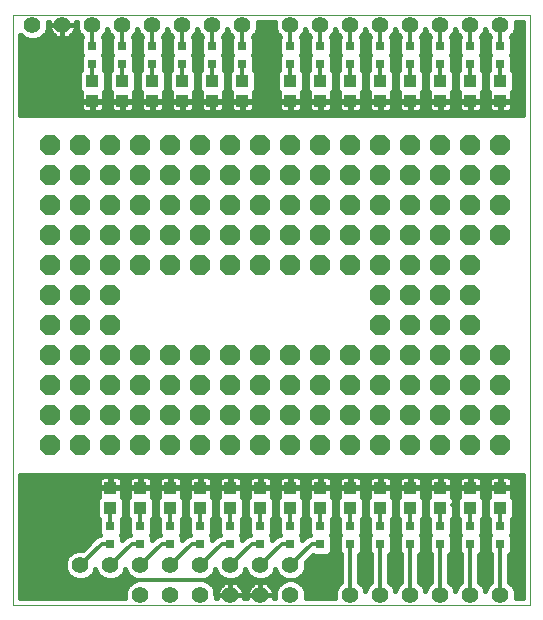
<source format=gtl>
G75*
G70*
%OFA0B0*%
%FSLAX24Y24*%
%IPPOS*%
%LPD*%
%AMOC8*
5,1,8,0,0,1.08239X$1,22.5*
%
%ADD10C,0.0000*%
%ADD11R,0.0433X0.0394*%
%ADD12R,0.0315X0.0315*%
%ADD13C,0.0550*%
%ADD14OC8,0.0669*%
%ADD15C,0.0120*%
%ADD16C,0.0160*%
D10*
X011436Y001147D02*
X011436Y020827D01*
X028686Y020827D01*
X028686Y001147D01*
X011436Y001147D01*
D11*
X014686Y004402D03*
X014686Y005071D03*
X015686Y005071D03*
X015686Y004402D03*
X016686Y004402D03*
X016686Y005071D03*
X017686Y005071D03*
X017686Y004402D03*
X018686Y004402D03*
X018686Y005071D03*
X019686Y005071D03*
X019686Y004402D03*
X020686Y004402D03*
X020686Y005071D03*
X021686Y005071D03*
X021686Y004402D03*
X022686Y004402D03*
X022686Y005071D03*
X023686Y005071D03*
X023686Y004402D03*
X024686Y004402D03*
X024686Y005071D03*
X025686Y005071D03*
X025686Y004402D03*
X026686Y004402D03*
X026686Y005071D03*
X027686Y005071D03*
X027686Y004402D03*
X027686Y017952D03*
X027686Y018621D03*
X026686Y018621D03*
X026686Y017952D03*
X025686Y017952D03*
X025686Y018621D03*
X024686Y018621D03*
X024686Y017952D03*
X023686Y017952D03*
X023686Y018621D03*
X022686Y018621D03*
X022686Y017952D03*
X021686Y017952D03*
X021686Y018621D03*
X020686Y018621D03*
X020686Y017952D03*
X019086Y017952D03*
X019086Y018621D03*
X018086Y018621D03*
X018086Y017952D03*
X017086Y017952D03*
X017086Y018621D03*
X016086Y018621D03*
X016086Y017952D03*
X015086Y017952D03*
X015086Y018621D03*
X014086Y018621D03*
X014086Y017952D03*
D12*
X014086Y019191D03*
X014086Y019782D03*
X015086Y019782D03*
X015086Y019191D03*
X016086Y019191D03*
X016086Y019782D03*
X017086Y019782D03*
X017086Y019191D03*
X018086Y019191D03*
X018086Y019782D03*
X019086Y019782D03*
X019086Y019191D03*
X020686Y019191D03*
X020686Y019782D03*
X021686Y019782D03*
X021686Y019191D03*
X022686Y019191D03*
X022686Y019782D03*
X023686Y019782D03*
X023686Y019191D03*
X024686Y019191D03*
X024686Y019782D03*
X025686Y019782D03*
X025686Y019191D03*
X026686Y019191D03*
X026686Y019782D03*
X027686Y019782D03*
X027686Y019191D03*
X027686Y003782D03*
X027686Y003191D03*
X026686Y003191D03*
X026686Y003782D03*
X025686Y003782D03*
X025686Y003191D03*
X024686Y003191D03*
X024686Y003782D03*
X023686Y003782D03*
X023686Y003191D03*
X022686Y003191D03*
X022686Y003782D03*
X021686Y003782D03*
X021686Y003191D03*
X020686Y003191D03*
X020686Y003782D03*
X019686Y003782D03*
X019686Y003191D03*
X018686Y003191D03*
X018686Y003782D03*
X017686Y003782D03*
X017686Y003191D03*
X016686Y003191D03*
X016686Y003782D03*
X015686Y003782D03*
X015686Y003191D03*
X014686Y003191D03*
X014686Y003782D03*
D13*
X014686Y002487D03*
X013686Y002487D03*
X015686Y002487D03*
X016686Y002487D03*
X017686Y002487D03*
X018686Y002487D03*
X019686Y002487D03*
X020686Y002487D03*
X020686Y001487D03*
X019686Y001487D03*
X018686Y001487D03*
X017686Y001487D03*
X016686Y001487D03*
X015686Y001487D03*
X022686Y001487D03*
X023686Y001487D03*
X024686Y001487D03*
X025686Y001487D03*
X026686Y001487D03*
X027686Y001487D03*
X027686Y020487D03*
X026686Y020487D03*
X025686Y020487D03*
X024686Y020487D03*
X023686Y020487D03*
X022686Y020487D03*
X021686Y020487D03*
X020686Y020487D03*
X019086Y020487D03*
X018086Y020487D03*
X017086Y020487D03*
X016086Y020487D03*
X015086Y020487D03*
X014086Y020487D03*
X013086Y020487D03*
X012086Y020487D03*
D14*
X012686Y016487D03*
X013686Y016487D03*
X014686Y016487D03*
X015686Y016487D03*
X016686Y016487D03*
X017686Y016487D03*
X018686Y016487D03*
X019686Y016487D03*
X020686Y016487D03*
X021686Y016487D03*
X022686Y016487D03*
X023686Y016487D03*
X024686Y016487D03*
X025686Y016487D03*
X026686Y016487D03*
X027686Y016487D03*
X027686Y015487D03*
X026686Y015487D03*
X025686Y015487D03*
X024686Y015487D03*
X023686Y015487D03*
X022686Y015487D03*
X021686Y015487D03*
X020686Y015487D03*
X019686Y015487D03*
X018686Y015487D03*
X017686Y015487D03*
X016686Y015487D03*
X015686Y015487D03*
X014686Y015487D03*
X013686Y015487D03*
X012686Y015487D03*
X012686Y014487D03*
X013686Y014487D03*
X014686Y014487D03*
X015686Y014487D03*
X016686Y014487D03*
X017686Y014487D03*
X018686Y014487D03*
X019686Y014487D03*
X020686Y014487D03*
X021686Y014487D03*
X022686Y014487D03*
X023686Y014487D03*
X024686Y014487D03*
X025686Y014487D03*
X026686Y014487D03*
X027686Y014487D03*
X027686Y013487D03*
X026686Y013487D03*
X025686Y013487D03*
X024686Y013487D03*
X023686Y013487D03*
X022686Y013487D03*
X021686Y013487D03*
X020686Y013487D03*
X019686Y013487D03*
X018686Y013487D03*
X017686Y013487D03*
X016686Y013487D03*
X015686Y013487D03*
X014686Y013487D03*
X013686Y013487D03*
X012686Y013487D03*
X012686Y012487D03*
X013686Y012487D03*
X014686Y012487D03*
X015686Y012487D03*
X016686Y012487D03*
X017686Y012487D03*
X018686Y012487D03*
X019686Y012487D03*
X020686Y012487D03*
X021686Y012487D03*
X022686Y012487D03*
X023686Y012487D03*
X024686Y012487D03*
X025686Y012487D03*
X026686Y012487D03*
X026686Y011487D03*
X025686Y011487D03*
X024686Y011487D03*
X023686Y011487D03*
X023686Y010487D03*
X024686Y010487D03*
X025686Y010487D03*
X026686Y010487D03*
X026686Y009487D03*
X027686Y009487D03*
X027686Y008487D03*
X026686Y008487D03*
X025686Y008487D03*
X024686Y008487D03*
X024686Y009487D03*
X025686Y009487D03*
X023686Y009487D03*
X022686Y009487D03*
X021686Y009487D03*
X020686Y009487D03*
X019686Y009487D03*
X018686Y009487D03*
X017686Y009487D03*
X016686Y009487D03*
X015686Y009487D03*
X014686Y009487D03*
X013686Y009487D03*
X013686Y010487D03*
X014686Y010487D03*
X014686Y011487D03*
X013686Y011487D03*
X012686Y011487D03*
X012686Y010487D03*
X012686Y009487D03*
X012686Y008487D03*
X013686Y008487D03*
X014686Y008487D03*
X015686Y008487D03*
X016686Y008487D03*
X017686Y008487D03*
X018686Y008487D03*
X019686Y008487D03*
X020686Y008487D03*
X021686Y008487D03*
X022686Y008487D03*
X023686Y008487D03*
X023686Y007487D03*
X022686Y007487D03*
X021686Y007487D03*
X020686Y007487D03*
X019686Y007487D03*
X018686Y007487D03*
X017686Y007487D03*
X016686Y007487D03*
X015686Y007487D03*
X014686Y007487D03*
X013686Y007487D03*
X012686Y007487D03*
X012686Y006487D03*
X013686Y006487D03*
X014686Y006487D03*
X015686Y006487D03*
X016686Y006487D03*
X017686Y006487D03*
X018686Y006487D03*
X019686Y006487D03*
X020686Y006487D03*
X021686Y006487D03*
X022686Y006487D03*
X023686Y006487D03*
X024686Y006487D03*
X025686Y006487D03*
X025686Y007487D03*
X024686Y007487D03*
X026686Y007487D03*
X027686Y007487D03*
X027686Y006487D03*
X026686Y006487D03*
D15*
X026143Y004487D02*
X026086Y004487D01*
X025686Y004402D02*
X025686Y003782D01*
X025686Y003191D02*
X025686Y001487D01*
X024686Y001487D02*
X024686Y003191D01*
X024686Y003782D02*
X024686Y004402D01*
X023686Y004402D02*
X023686Y003782D01*
X023686Y003191D02*
X023686Y001487D01*
X022686Y001487D02*
X022686Y003191D01*
X022686Y003782D02*
X022686Y004402D01*
X021686Y004402D02*
X021686Y003782D01*
X021686Y003191D02*
X021391Y003191D01*
X020686Y002487D01*
X020686Y003191D02*
X020391Y003191D01*
X019686Y002487D01*
X019686Y003191D02*
X019391Y003191D01*
X018686Y002487D01*
X018686Y003191D02*
X018391Y003191D01*
X017686Y002487D01*
X017686Y003191D02*
X017391Y003191D01*
X016686Y002487D01*
X016686Y003191D02*
X016391Y003191D01*
X015686Y002487D01*
X015686Y003191D02*
X015391Y003191D01*
X014686Y002487D01*
X014686Y003191D02*
X014391Y003191D01*
X013686Y002487D01*
X013186Y001987D02*
X018186Y001987D01*
X018186Y001487D01*
X018686Y001487D01*
X020186Y001987D02*
X021186Y001987D01*
X020686Y003782D02*
X020686Y004402D01*
X019686Y004402D02*
X019686Y003782D01*
X018686Y003782D02*
X018686Y004402D01*
X017686Y004402D02*
X017686Y003782D01*
X016686Y003782D02*
X016686Y004402D01*
X015686Y004402D02*
X015686Y003782D01*
X014686Y003782D02*
X014686Y004402D01*
X014686Y005071D02*
X013271Y005071D01*
X013186Y004987D01*
X013186Y001987D01*
X026686Y001487D02*
X026686Y003191D01*
X026686Y003782D02*
X026686Y004402D01*
X027686Y004402D02*
X027686Y003782D01*
X027686Y003191D02*
X027686Y001487D01*
X027686Y018621D02*
X027686Y019191D01*
X027686Y019782D02*
X027686Y020487D01*
X026686Y020487D02*
X026686Y019782D01*
X026686Y019191D02*
X026686Y018621D01*
X025686Y018621D02*
X025686Y019191D01*
X025686Y019782D02*
X025686Y020487D01*
X024686Y020487D02*
X024686Y019782D01*
X024686Y019191D02*
X024686Y018621D01*
X023686Y018621D02*
X023686Y019191D01*
X023686Y019782D02*
X023686Y020487D01*
X022686Y020487D02*
X022686Y019782D01*
X022686Y019191D02*
X022686Y018621D01*
X021686Y018621D02*
X021686Y019191D01*
X021686Y019782D02*
X021686Y020487D01*
X020686Y020487D02*
X020686Y019782D01*
X020686Y019191D02*
X020686Y018621D01*
X019086Y018621D02*
X019086Y019191D01*
X019086Y019782D02*
X019086Y020487D01*
X018086Y020487D02*
X018086Y019782D01*
X018086Y019191D02*
X018086Y018621D01*
X017086Y018621D02*
X017086Y019191D01*
X017086Y019782D02*
X017086Y020487D01*
X016086Y020487D02*
X016086Y019782D01*
X016086Y019191D02*
X016086Y018621D01*
X015086Y018621D02*
X015086Y019191D01*
X015086Y019782D02*
X015086Y020487D01*
X014086Y020487D02*
X014086Y019782D01*
X014086Y019191D02*
X014086Y018621D01*
D16*
X013630Y018556D02*
X011676Y018556D01*
X011676Y018714D02*
X013630Y018714D01*
X013630Y018866D02*
X013630Y018377D01*
X013666Y018289D01*
X013715Y018240D01*
X013702Y018218D01*
X013690Y018173D01*
X013690Y017970D01*
X014068Y017970D01*
X014068Y017934D01*
X013690Y017934D01*
X013690Y017731D01*
X013702Y017686D01*
X013726Y017645D01*
X013759Y017611D01*
X013800Y017587D01*
X013846Y017575D01*
X014068Y017575D01*
X014068Y017934D01*
X014105Y017934D01*
X014105Y017970D01*
X014483Y017970D01*
X014483Y018173D01*
X014471Y018218D01*
X014458Y018240D01*
X014506Y018289D01*
X014543Y018377D01*
X014543Y018866D01*
X014506Y018954D01*
X014481Y018979D01*
X014484Y018986D01*
X014484Y019397D01*
X014447Y019485D01*
X014445Y019487D01*
X014447Y019489D01*
X014484Y019577D01*
X014484Y019987D01*
X014447Y020075D01*
X014425Y020097D01*
X014523Y020195D01*
X014586Y020348D01*
X014650Y020195D01*
X014747Y020097D01*
X014725Y020075D01*
X014689Y019987D01*
X014689Y019577D01*
X014725Y019489D01*
X014727Y019487D01*
X014725Y019485D01*
X014689Y019397D01*
X014689Y018986D01*
X014692Y018979D01*
X014666Y018954D01*
X014630Y018866D01*
X014630Y018377D01*
X014666Y018289D01*
X014715Y018240D01*
X014702Y018218D01*
X014690Y018173D01*
X014690Y017970D01*
X015068Y017970D01*
X015068Y017934D01*
X014690Y017934D01*
X014690Y017731D01*
X014702Y017686D01*
X014726Y017645D01*
X014759Y017611D01*
X014800Y017587D01*
X014846Y017575D01*
X015068Y017575D01*
X015068Y017934D01*
X015105Y017934D01*
X015105Y017970D01*
X015483Y017970D01*
X015483Y018173D01*
X015471Y018218D01*
X015458Y018240D01*
X015506Y018289D01*
X015543Y018377D01*
X015543Y018866D01*
X015506Y018954D01*
X015481Y018979D01*
X015484Y018986D01*
X015484Y019397D01*
X015447Y019485D01*
X015445Y019487D01*
X015447Y019489D01*
X015484Y019577D01*
X015484Y019987D01*
X015447Y020075D01*
X015425Y020097D01*
X015523Y020195D01*
X015586Y020348D01*
X015650Y020195D01*
X015747Y020097D01*
X015725Y020075D01*
X015689Y019987D01*
X015689Y019577D01*
X015725Y019489D01*
X015727Y019487D01*
X015725Y019485D01*
X015689Y019397D01*
X015689Y018986D01*
X015692Y018979D01*
X015666Y018954D01*
X015630Y018866D01*
X015630Y018377D01*
X015666Y018289D01*
X015715Y018240D01*
X015702Y018218D01*
X015690Y018173D01*
X015690Y017970D01*
X016068Y017970D01*
X016068Y017934D01*
X015690Y017934D01*
X015690Y017731D01*
X015702Y017686D01*
X015726Y017645D01*
X015759Y017611D01*
X015800Y017587D01*
X015846Y017575D01*
X016068Y017575D01*
X016068Y017934D01*
X016105Y017934D01*
X016105Y017970D01*
X016483Y017970D01*
X016483Y018173D01*
X016471Y018218D01*
X016458Y018240D01*
X016506Y018289D01*
X016543Y018377D01*
X016543Y018866D01*
X016506Y018954D01*
X016481Y018979D01*
X016484Y018986D01*
X016484Y019397D01*
X016447Y019485D01*
X016445Y019487D01*
X016447Y019489D01*
X016484Y019577D01*
X016484Y019987D01*
X016447Y020075D01*
X016425Y020097D01*
X016523Y020195D01*
X016586Y020348D01*
X016650Y020195D01*
X016747Y020097D01*
X016725Y020075D01*
X016689Y019987D01*
X016689Y019577D01*
X016725Y019489D01*
X016727Y019487D01*
X016725Y019485D01*
X016689Y019397D01*
X016689Y018986D01*
X016692Y018979D01*
X016666Y018954D01*
X016630Y018866D01*
X016630Y018377D01*
X016666Y018289D01*
X016715Y018240D01*
X016702Y018218D01*
X016690Y018173D01*
X016690Y017970D01*
X017068Y017970D01*
X017068Y017934D01*
X016690Y017934D01*
X016690Y017731D01*
X016702Y017686D01*
X016726Y017645D01*
X016759Y017611D01*
X016800Y017587D01*
X016846Y017575D01*
X017068Y017575D01*
X017068Y017934D01*
X017105Y017934D01*
X017105Y017970D01*
X017483Y017970D01*
X017483Y018173D01*
X017471Y018218D01*
X017458Y018240D01*
X017506Y018289D01*
X017543Y018377D01*
X017543Y018866D01*
X017506Y018954D01*
X017481Y018979D01*
X017484Y018986D01*
X017484Y019397D01*
X017447Y019485D01*
X017445Y019487D01*
X017447Y019489D01*
X017484Y019577D01*
X017484Y019987D01*
X017447Y020075D01*
X017425Y020097D01*
X017523Y020195D01*
X017586Y020348D01*
X017650Y020195D01*
X017747Y020097D01*
X017725Y020075D01*
X017689Y019987D01*
X017689Y019577D01*
X017725Y019489D01*
X017727Y019487D01*
X017725Y019485D01*
X017689Y019397D01*
X017689Y018986D01*
X017692Y018979D01*
X017666Y018954D01*
X017630Y018866D01*
X017630Y018377D01*
X017666Y018289D01*
X017715Y018240D01*
X017702Y018218D01*
X017690Y018173D01*
X017690Y017970D01*
X018068Y017970D01*
X018068Y017934D01*
X017690Y017934D01*
X017690Y017731D01*
X017702Y017686D01*
X017726Y017645D01*
X017759Y017611D01*
X017800Y017587D01*
X017846Y017575D01*
X018068Y017575D01*
X018068Y017934D01*
X018105Y017934D01*
X018105Y017970D01*
X018483Y017970D01*
X018483Y018173D01*
X018471Y018218D01*
X018458Y018240D01*
X018506Y018289D01*
X018543Y018377D01*
X018543Y018866D01*
X018506Y018954D01*
X018481Y018979D01*
X018484Y018986D01*
X018484Y019397D01*
X018447Y019485D01*
X018445Y019487D01*
X018447Y019489D01*
X018484Y019577D01*
X018484Y019987D01*
X018447Y020075D01*
X018425Y020097D01*
X018523Y020195D01*
X018586Y020348D01*
X018650Y020195D01*
X018747Y020097D01*
X018725Y020075D01*
X018689Y019987D01*
X018689Y019577D01*
X018725Y019489D01*
X018727Y019487D01*
X018725Y019485D01*
X018689Y019397D01*
X018689Y018986D01*
X018692Y018979D01*
X018666Y018954D01*
X018630Y018866D01*
X018630Y018377D01*
X018666Y018289D01*
X018715Y018240D01*
X018702Y018218D01*
X018690Y018173D01*
X018690Y017970D01*
X019068Y017970D01*
X019068Y017934D01*
X018690Y017934D01*
X018690Y017731D01*
X018702Y017686D01*
X018726Y017645D01*
X018759Y017611D01*
X018800Y017587D01*
X018846Y017575D01*
X019068Y017575D01*
X019068Y017934D01*
X019105Y017934D01*
X019105Y017970D01*
X019483Y017970D01*
X019483Y018173D01*
X019471Y018218D01*
X019458Y018240D01*
X019506Y018289D01*
X019543Y018377D01*
X019543Y018866D01*
X019506Y018954D01*
X019481Y018979D01*
X019484Y018986D01*
X019484Y019397D01*
X019447Y019485D01*
X019445Y019487D01*
X019447Y019489D01*
X019484Y019577D01*
X019484Y019987D01*
X019447Y020075D01*
X019425Y020097D01*
X019523Y020195D01*
X019601Y020384D01*
X019601Y020587D01*
X020171Y020587D01*
X020171Y020384D01*
X020250Y020195D01*
X020347Y020097D01*
X020325Y020075D01*
X020289Y019987D01*
X020289Y019577D01*
X020325Y019489D01*
X020327Y019487D01*
X020325Y019485D01*
X020289Y019397D01*
X020289Y018986D01*
X020292Y018979D01*
X020266Y018954D01*
X020230Y018866D01*
X020230Y018377D01*
X020266Y018289D01*
X020315Y018240D01*
X020302Y018218D01*
X020290Y018173D01*
X020290Y017970D01*
X020668Y017970D01*
X020668Y017934D01*
X020290Y017934D01*
X020290Y017731D01*
X020302Y017686D01*
X020326Y017645D01*
X020359Y017611D01*
X020400Y017587D01*
X020446Y017575D01*
X020668Y017575D01*
X020668Y017934D01*
X020705Y017934D01*
X020705Y017970D01*
X021083Y017970D01*
X021083Y018173D01*
X021071Y018218D01*
X021058Y018240D01*
X021106Y018289D01*
X021143Y018377D01*
X021143Y018866D01*
X021106Y018954D01*
X021081Y018979D01*
X021084Y018986D01*
X021084Y019397D01*
X021047Y019485D01*
X021045Y019487D01*
X021047Y019489D01*
X021084Y019577D01*
X021084Y019987D01*
X021047Y020075D01*
X021025Y020097D01*
X021123Y020195D01*
X021186Y020348D01*
X021250Y020195D01*
X021347Y020097D01*
X021325Y020075D01*
X021289Y019987D01*
X021289Y019577D01*
X021325Y019489D01*
X021327Y019487D01*
X021325Y019485D01*
X021289Y019397D01*
X021289Y018986D01*
X021292Y018979D01*
X021266Y018954D01*
X021230Y018866D01*
X021230Y018377D01*
X021266Y018289D01*
X021315Y018240D01*
X021302Y018218D01*
X021290Y018173D01*
X021290Y017970D01*
X021668Y017970D01*
X021668Y017934D01*
X021290Y017934D01*
X021290Y017731D01*
X021302Y017686D01*
X021326Y017645D01*
X021359Y017611D01*
X021400Y017587D01*
X021446Y017575D01*
X021668Y017575D01*
X021668Y017934D01*
X021705Y017934D01*
X021705Y017970D01*
X022083Y017970D01*
X022083Y018173D01*
X022071Y018218D01*
X022058Y018240D01*
X022106Y018289D01*
X022143Y018377D01*
X022143Y018866D01*
X022106Y018954D01*
X022081Y018979D01*
X022084Y018986D01*
X022084Y019397D01*
X022047Y019485D01*
X022045Y019487D01*
X022047Y019489D01*
X022084Y019577D01*
X022084Y019987D01*
X022047Y020075D01*
X022025Y020097D01*
X022123Y020195D01*
X022186Y020348D01*
X022250Y020195D01*
X022347Y020097D01*
X022325Y020075D01*
X022289Y019987D01*
X022289Y019577D01*
X022325Y019489D01*
X022327Y019487D01*
X022325Y019485D01*
X022289Y019397D01*
X022289Y018986D01*
X022292Y018979D01*
X022266Y018954D01*
X022230Y018866D01*
X022230Y018377D01*
X022266Y018289D01*
X022315Y018240D01*
X022302Y018218D01*
X022290Y018173D01*
X022290Y017970D01*
X022668Y017970D01*
X022668Y017934D01*
X022290Y017934D01*
X022290Y017731D01*
X022302Y017686D01*
X022326Y017645D01*
X022359Y017611D01*
X022400Y017587D01*
X022446Y017575D01*
X022668Y017575D01*
X022668Y017934D01*
X022705Y017934D01*
X022705Y017970D01*
X023083Y017970D01*
X023083Y018173D01*
X023071Y018218D01*
X023058Y018240D01*
X023106Y018289D01*
X023143Y018377D01*
X023143Y018866D01*
X023106Y018954D01*
X023081Y018979D01*
X023084Y018986D01*
X023084Y019397D01*
X023047Y019485D01*
X023045Y019487D01*
X023047Y019489D01*
X023084Y019577D01*
X023084Y019987D01*
X023047Y020075D01*
X023025Y020097D01*
X023123Y020195D01*
X023186Y020348D01*
X023250Y020195D01*
X023347Y020097D01*
X023325Y020075D01*
X023289Y019987D01*
X023289Y019577D01*
X023325Y019489D01*
X023327Y019487D01*
X023325Y019485D01*
X023289Y019397D01*
X023289Y018986D01*
X023292Y018979D01*
X023266Y018954D01*
X023230Y018866D01*
X023230Y018377D01*
X023266Y018289D01*
X023315Y018240D01*
X023302Y018218D01*
X023290Y018173D01*
X023290Y017970D01*
X023668Y017970D01*
X023668Y017934D01*
X023290Y017934D01*
X023290Y017731D01*
X023302Y017686D01*
X023326Y017645D01*
X023359Y017611D01*
X023400Y017587D01*
X023446Y017575D01*
X023668Y017575D01*
X023668Y017934D01*
X023705Y017934D01*
X023705Y017970D01*
X024083Y017970D01*
X024083Y018173D01*
X024071Y018218D01*
X024058Y018240D01*
X024106Y018289D01*
X024143Y018377D01*
X024143Y018866D01*
X024106Y018954D01*
X024081Y018979D01*
X024084Y018986D01*
X024084Y019397D01*
X024047Y019485D01*
X024045Y019487D01*
X024047Y019489D01*
X024084Y019577D01*
X024084Y019987D01*
X024047Y020075D01*
X024025Y020097D01*
X024123Y020195D01*
X024186Y020348D01*
X024250Y020195D01*
X024347Y020097D01*
X024325Y020075D01*
X024289Y019987D01*
X024289Y019577D01*
X024325Y019489D01*
X024327Y019487D01*
X024325Y019485D01*
X024289Y019397D01*
X024289Y018986D01*
X024292Y018979D01*
X024266Y018954D01*
X024230Y018866D01*
X024230Y018377D01*
X024266Y018289D01*
X024315Y018240D01*
X024302Y018218D01*
X024290Y018173D01*
X024290Y017970D01*
X024668Y017970D01*
X024668Y017934D01*
X024290Y017934D01*
X024290Y017731D01*
X024302Y017686D01*
X024326Y017645D01*
X024359Y017611D01*
X024400Y017587D01*
X024446Y017575D01*
X024668Y017575D01*
X024668Y017934D01*
X024705Y017934D01*
X024705Y017970D01*
X025083Y017970D01*
X025083Y018173D01*
X025071Y018218D01*
X025058Y018240D01*
X025106Y018289D01*
X025143Y018377D01*
X025143Y018866D01*
X025106Y018954D01*
X025081Y018979D01*
X025084Y018986D01*
X025084Y019397D01*
X025047Y019485D01*
X025045Y019487D01*
X025047Y019489D01*
X025084Y019577D01*
X025084Y019987D01*
X025047Y020075D01*
X025025Y020097D01*
X025123Y020195D01*
X025186Y020348D01*
X025250Y020195D01*
X025347Y020097D01*
X025325Y020075D01*
X025289Y019987D01*
X025289Y019577D01*
X025325Y019489D01*
X025327Y019487D01*
X025325Y019485D01*
X025289Y019397D01*
X025289Y018986D01*
X025292Y018979D01*
X025266Y018954D01*
X025230Y018866D01*
X025230Y018377D01*
X025266Y018289D01*
X025315Y018240D01*
X025302Y018218D01*
X025290Y018173D01*
X025290Y017970D01*
X025668Y017970D01*
X025668Y017934D01*
X025290Y017934D01*
X025290Y017731D01*
X025302Y017686D01*
X025326Y017645D01*
X025359Y017611D01*
X025400Y017587D01*
X025446Y017575D01*
X025668Y017575D01*
X025668Y017934D01*
X025705Y017934D01*
X025705Y017970D01*
X026083Y017970D01*
X026083Y018173D01*
X026071Y018218D01*
X026058Y018240D01*
X026106Y018289D01*
X026143Y018377D01*
X026143Y018866D01*
X026106Y018954D01*
X026081Y018979D01*
X026084Y018986D01*
X026084Y019397D01*
X026047Y019485D01*
X026045Y019487D01*
X026047Y019489D01*
X026084Y019577D01*
X026084Y019987D01*
X026047Y020075D01*
X026025Y020097D01*
X026123Y020195D01*
X026186Y020348D01*
X026250Y020195D01*
X026347Y020097D01*
X026325Y020075D01*
X026289Y019987D01*
X026289Y019577D01*
X026325Y019489D01*
X026327Y019487D01*
X026325Y019485D01*
X026289Y019397D01*
X026289Y018986D01*
X026292Y018979D01*
X026266Y018954D01*
X026230Y018866D01*
X026230Y018377D01*
X026266Y018289D01*
X026315Y018240D01*
X026302Y018218D01*
X026290Y018173D01*
X026290Y017970D01*
X026668Y017970D01*
X026668Y017934D01*
X026290Y017934D01*
X026290Y017731D01*
X026302Y017686D01*
X026326Y017645D01*
X026359Y017611D01*
X026400Y017587D01*
X026446Y017575D01*
X026668Y017575D01*
X026668Y017934D01*
X026705Y017934D01*
X026705Y017970D01*
X027083Y017970D01*
X027083Y018173D01*
X027071Y018218D01*
X027058Y018240D01*
X027106Y018289D01*
X027143Y018377D01*
X027143Y018866D01*
X027106Y018954D01*
X027081Y018979D01*
X027084Y018986D01*
X027084Y019397D01*
X027047Y019485D01*
X027045Y019487D01*
X027047Y019489D01*
X027084Y019577D01*
X027084Y019987D01*
X027047Y020075D01*
X027025Y020097D01*
X027123Y020195D01*
X027186Y020348D01*
X027250Y020195D01*
X027347Y020097D01*
X027325Y020075D01*
X027289Y019987D01*
X027289Y019577D01*
X027325Y019489D01*
X027327Y019487D01*
X027325Y019485D01*
X027289Y019397D01*
X027289Y018986D01*
X027292Y018979D01*
X027266Y018954D01*
X027230Y018866D01*
X027230Y018377D01*
X027266Y018289D01*
X027315Y018240D01*
X027302Y018218D01*
X027290Y018173D01*
X027290Y017970D01*
X027668Y017970D01*
X027668Y017934D01*
X027290Y017934D01*
X027290Y017731D01*
X027302Y017686D01*
X027326Y017645D01*
X027359Y017611D01*
X027400Y017587D01*
X027446Y017575D01*
X027668Y017575D01*
X027668Y017934D01*
X027705Y017934D01*
X027705Y017970D01*
X028083Y017970D01*
X028083Y018173D01*
X028071Y018218D01*
X028058Y018240D01*
X028106Y018289D01*
X028143Y018377D01*
X028143Y018866D01*
X028106Y018954D01*
X028081Y018979D01*
X028084Y018986D01*
X028084Y019397D01*
X028047Y019485D01*
X028045Y019487D01*
X028047Y019489D01*
X028084Y019577D01*
X028084Y019987D01*
X028047Y020075D01*
X028025Y020097D01*
X028123Y020195D01*
X028201Y020384D01*
X028201Y020587D01*
X028446Y020587D01*
X028446Y017487D01*
X011676Y017487D01*
X011676Y020168D01*
X011795Y020050D01*
X011984Y019972D01*
X012189Y019972D01*
X012378Y020050D01*
X012523Y020195D01*
X012601Y020384D01*
X012601Y020587D01*
X012641Y020587D01*
X012631Y020522D01*
X012631Y020487D01*
X013086Y020487D01*
X013086Y020487D01*
X012631Y020487D01*
X012631Y020451D01*
X012643Y020380D01*
X012665Y020312D01*
X012697Y020248D01*
X012739Y020190D01*
X012790Y020140D01*
X012848Y020098D01*
X012912Y020065D01*
X012980Y020043D01*
X013050Y020032D01*
X013086Y020032D01*
X013086Y020487D01*
X013541Y020487D01*
X013541Y020522D01*
X013531Y020587D01*
X013571Y020587D01*
X013571Y020384D01*
X013650Y020195D01*
X013747Y020097D01*
X013725Y020075D01*
X013689Y019987D01*
X013689Y019577D01*
X013725Y019489D01*
X013727Y019487D01*
X013725Y019485D01*
X013689Y019397D01*
X013689Y018986D01*
X013692Y018979D01*
X013666Y018954D01*
X013630Y018866D01*
X013633Y018873D02*
X011676Y018873D01*
X011676Y019031D02*
X013689Y019031D01*
X013689Y019190D02*
X011676Y019190D01*
X011676Y019348D02*
X013689Y019348D01*
X013718Y019507D02*
X011676Y019507D01*
X011676Y019665D02*
X013689Y019665D01*
X013689Y019824D02*
X011676Y019824D01*
X011676Y019982D02*
X011958Y019982D01*
X012214Y019982D02*
X013689Y019982D01*
X013704Y020141D02*
X013384Y020141D01*
X013383Y020140D02*
X013433Y020190D01*
X013475Y020248D01*
X013508Y020312D01*
X013530Y020380D01*
X013541Y020451D01*
X013541Y020487D01*
X013086Y020487D01*
X013086Y020487D01*
X013086Y020487D01*
X013086Y020032D01*
X013122Y020032D01*
X013193Y020043D01*
X013261Y020065D01*
X013325Y020098D01*
X013383Y020140D01*
X013501Y020299D02*
X013607Y020299D01*
X013571Y020458D02*
X013541Y020458D01*
X013086Y020458D02*
X013086Y020458D01*
X013086Y020299D02*
X013086Y020299D01*
X013086Y020141D02*
X013086Y020141D01*
X012789Y020141D02*
X012469Y020141D01*
X012566Y020299D02*
X012671Y020299D01*
X012631Y020458D02*
X012601Y020458D01*
X011704Y020141D02*
X011676Y020141D01*
X011676Y018397D02*
X013630Y018397D01*
X013714Y018239D02*
X011676Y018239D01*
X011676Y018080D02*
X013690Y018080D01*
X013690Y017922D02*
X011676Y017922D01*
X011676Y017763D02*
X013690Y017763D01*
X013770Y017605D02*
X011676Y017605D01*
X014068Y017605D02*
X014105Y017605D01*
X014105Y017575D02*
X014327Y017575D01*
X014372Y017587D01*
X014413Y017611D01*
X014447Y017645D01*
X014471Y017686D01*
X014483Y017731D01*
X014483Y017934D01*
X014105Y017934D01*
X014105Y017575D01*
X014105Y017763D02*
X014068Y017763D01*
X014068Y017922D02*
X014105Y017922D01*
X014459Y018239D02*
X014714Y018239D01*
X014690Y018080D02*
X014483Y018080D01*
X014483Y017922D02*
X014690Y017922D01*
X014690Y017763D02*
X014483Y017763D01*
X014402Y017605D02*
X014770Y017605D01*
X015068Y017605D02*
X015105Y017605D01*
X015105Y017575D02*
X015327Y017575D01*
X015372Y017587D01*
X015413Y017611D01*
X015447Y017645D01*
X015471Y017686D01*
X015483Y017731D01*
X015483Y017934D01*
X015105Y017934D01*
X015105Y017575D01*
X015105Y017763D02*
X015068Y017763D01*
X015068Y017922D02*
X015105Y017922D01*
X015483Y017922D02*
X015690Y017922D01*
X015690Y018080D02*
X015483Y018080D01*
X015459Y018239D02*
X015714Y018239D01*
X015630Y018397D02*
X015543Y018397D01*
X015543Y018556D02*
X015630Y018556D01*
X015630Y018714D02*
X015543Y018714D01*
X015540Y018873D02*
X015633Y018873D01*
X015689Y019031D02*
X015484Y019031D01*
X015484Y019190D02*
X015689Y019190D01*
X015689Y019348D02*
X015484Y019348D01*
X015455Y019507D02*
X015718Y019507D01*
X015689Y019665D02*
X015484Y019665D01*
X015484Y019824D02*
X015689Y019824D01*
X015689Y019982D02*
X015484Y019982D01*
X015469Y020141D02*
X015704Y020141D01*
X015607Y020299D02*
X015566Y020299D01*
X014704Y020141D02*
X014469Y020141D01*
X014484Y019982D02*
X014689Y019982D01*
X014689Y019824D02*
X014484Y019824D01*
X014484Y019665D02*
X014689Y019665D01*
X014718Y019507D02*
X014455Y019507D01*
X014484Y019348D02*
X014689Y019348D01*
X014689Y019190D02*
X014484Y019190D01*
X014484Y019031D02*
X014689Y019031D01*
X014633Y018873D02*
X014540Y018873D01*
X014543Y018714D02*
X014630Y018714D01*
X014630Y018556D02*
X014543Y018556D01*
X014543Y018397D02*
X014630Y018397D01*
X015483Y017763D02*
X015690Y017763D01*
X015770Y017605D02*
X015402Y017605D01*
X016068Y017605D02*
X016105Y017605D01*
X016105Y017575D02*
X016327Y017575D01*
X016372Y017587D01*
X016413Y017611D01*
X016447Y017645D01*
X016471Y017686D01*
X016483Y017731D01*
X016483Y017934D01*
X016105Y017934D01*
X016105Y017575D01*
X016105Y017763D02*
X016068Y017763D01*
X016068Y017922D02*
X016105Y017922D01*
X016483Y017922D02*
X016690Y017922D01*
X016690Y018080D02*
X016483Y018080D01*
X016459Y018239D02*
X016714Y018239D01*
X016630Y018397D02*
X016543Y018397D01*
X016543Y018556D02*
X016630Y018556D01*
X016630Y018714D02*
X016543Y018714D01*
X016540Y018873D02*
X016633Y018873D01*
X016689Y019031D02*
X016484Y019031D01*
X016484Y019190D02*
X016689Y019190D01*
X016689Y019348D02*
X016484Y019348D01*
X016455Y019507D02*
X016718Y019507D01*
X016689Y019665D02*
X016484Y019665D01*
X016484Y019824D02*
X016689Y019824D01*
X016689Y019982D02*
X016484Y019982D01*
X016469Y020141D02*
X016704Y020141D01*
X016607Y020299D02*
X016566Y020299D01*
X017469Y020141D02*
X017704Y020141D01*
X017689Y019982D02*
X017484Y019982D01*
X017484Y019824D02*
X017689Y019824D01*
X017689Y019665D02*
X017484Y019665D01*
X017455Y019507D02*
X017718Y019507D01*
X017689Y019348D02*
X017484Y019348D01*
X017484Y019190D02*
X017689Y019190D01*
X017689Y019031D02*
X017484Y019031D01*
X017540Y018873D02*
X017633Y018873D01*
X017630Y018714D02*
X017543Y018714D01*
X017543Y018556D02*
X017630Y018556D01*
X017630Y018397D02*
X017543Y018397D01*
X017459Y018239D02*
X017714Y018239D01*
X017690Y018080D02*
X017483Y018080D01*
X017483Y017934D02*
X017105Y017934D01*
X017105Y017575D01*
X017327Y017575D01*
X017372Y017587D01*
X017413Y017611D01*
X017447Y017645D01*
X017471Y017686D01*
X017483Y017731D01*
X017483Y017934D01*
X017483Y017922D02*
X017690Y017922D01*
X017690Y017763D02*
X017483Y017763D01*
X017402Y017605D02*
X017770Y017605D01*
X018068Y017605D02*
X018105Y017605D01*
X018105Y017575D02*
X018327Y017575D01*
X018372Y017587D01*
X018413Y017611D01*
X018447Y017645D01*
X018471Y017686D01*
X018483Y017731D01*
X018483Y017934D01*
X018105Y017934D01*
X018105Y017575D01*
X018105Y017763D02*
X018068Y017763D01*
X018068Y017922D02*
X018105Y017922D01*
X018483Y017922D02*
X018690Y017922D01*
X018690Y018080D02*
X018483Y018080D01*
X018459Y018239D02*
X018714Y018239D01*
X018630Y018397D02*
X018543Y018397D01*
X018543Y018556D02*
X018630Y018556D01*
X018630Y018714D02*
X018543Y018714D01*
X018540Y018873D02*
X018633Y018873D01*
X018689Y019031D02*
X018484Y019031D01*
X018484Y019190D02*
X018689Y019190D01*
X018689Y019348D02*
X018484Y019348D01*
X018455Y019507D02*
X018718Y019507D01*
X018689Y019665D02*
X018484Y019665D01*
X018484Y019824D02*
X018689Y019824D01*
X018689Y019982D02*
X018484Y019982D01*
X018469Y020141D02*
X018704Y020141D01*
X018607Y020299D02*
X018566Y020299D01*
X019469Y020141D02*
X020304Y020141D01*
X020289Y019982D02*
X019484Y019982D01*
X019484Y019824D02*
X020289Y019824D01*
X020289Y019665D02*
X019484Y019665D01*
X019455Y019507D02*
X020318Y019507D01*
X020289Y019348D02*
X019484Y019348D01*
X019484Y019190D02*
X020289Y019190D01*
X020289Y019031D02*
X019484Y019031D01*
X019540Y018873D02*
X020233Y018873D01*
X020230Y018714D02*
X019543Y018714D01*
X019543Y018556D02*
X020230Y018556D01*
X020230Y018397D02*
X019543Y018397D01*
X019459Y018239D02*
X020314Y018239D01*
X020290Y018080D02*
X019483Y018080D01*
X019483Y017934D02*
X019105Y017934D01*
X019105Y017575D01*
X019327Y017575D01*
X019372Y017587D01*
X019413Y017611D01*
X019447Y017645D01*
X019471Y017686D01*
X019483Y017731D01*
X019483Y017934D01*
X019483Y017922D02*
X020290Y017922D01*
X020290Y017763D02*
X019483Y017763D01*
X019402Y017605D02*
X020370Y017605D01*
X020668Y017605D02*
X020705Y017605D01*
X020705Y017575D02*
X020927Y017575D01*
X020972Y017587D01*
X021013Y017611D01*
X021047Y017645D01*
X021071Y017686D01*
X021083Y017731D01*
X021083Y017934D01*
X020705Y017934D01*
X020705Y017575D01*
X020705Y017763D02*
X020668Y017763D01*
X020668Y017922D02*
X020705Y017922D01*
X021083Y017922D02*
X021290Y017922D01*
X021290Y018080D02*
X021083Y018080D01*
X021059Y018239D02*
X021314Y018239D01*
X021230Y018397D02*
X021143Y018397D01*
X021143Y018556D02*
X021230Y018556D01*
X021230Y018714D02*
X021143Y018714D01*
X021140Y018873D02*
X021233Y018873D01*
X021289Y019031D02*
X021084Y019031D01*
X021084Y019190D02*
X021289Y019190D01*
X021289Y019348D02*
X021084Y019348D01*
X021055Y019507D02*
X021318Y019507D01*
X021289Y019665D02*
X021084Y019665D01*
X021084Y019824D02*
X021289Y019824D01*
X021289Y019982D02*
X021084Y019982D01*
X021069Y020141D02*
X021304Y020141D01*
X021207Y020299D02*
X021166Y020299D01*
X022069Y020141D02*
X022304Y020141D01*
X022289Y019982D02*
X022084Y019982D01*
X022084Y019824D02*
X022289Y019824D01*
X022289Y019665D02*
X022084Y019665D01*
X022055Y019507D02*
X022318Y019507D01*
X022289Y019348D02*
X022084Y019348D01*
X022084Y019190D02*
X022289Y019190D01*
X022289Y019031D02*
X022084Y019031D01*
X022140Y018873D02*
X022233Y018873D01*
X022230Y018714D02*
X022143Y018714D01*
X022143Y018556D02*
X022230Y018556D01*
X022230Y018397D02*
X022143Y018397D01*
X022059Y018239D02*
X022314Y018239D01*
X022290Y018080D02*
X022083Y018080D01*
X022083Y017934D02*
X021705Y017934D01*
X021705Y017575D01*
X021927Y017575D01*
X021972Y017587D01*
X022013Y017611D01*
X022047Y017645D01*
X022071Y017686D01*
X022083Y017731D01*
X022083Y017934D01*
X022083Y017922D02*
X022290Y017922D01*
X022290Y017763D02*
X022083Y017763D01*
X022002Y017605D02*
X022370Y017605D01*
X022668Y017605D02*
X022705Y017605D01*
X022705Y017575D02*
X022927Y017575D01*
X022972Y017587D01*
X023013Y017611D01*
X023047Y017645D01*
X023071Y017686D01*
X023083Y017731D01*
X023083Y017934D01*
X022705Y017934D01*
X022705Y017575D01*
X022705Y017763D02*
X022668Y017763D01*
X022668Y017922D02*
X022705Y017922D01*
X023083Y017922D02*
X023290Y017922D01*
X023290Y018080D02*
X023083Y018080D01*
X023059Y018239D02*
X023314Y018239D01*
X023230Y018397D02*
X023143Y018397D01*
X023143Y018556D02*
X023230Y018556D01*
X023230Y018714D02*
X023143Y018714D01*
X023140Y018873D02*
X023233Y018873D01*
X023289Y019031D02*
X023084Y019031D01*
X023084Y019190D02*
X023289Y019190D01*
X023289Y019348D02*
X023084Y019348D01*
X023055Y019507D02*
X023318Y019507D01*
X023289Y019665D02*
X023084Y019665D01*
X023084Y019824D02*
X023289Y019824D01*
X023289Y019982D02*
X023084Y019982D01*
X023069Y020141D02*
X023304Y020141D01*
X023207Y020299D02*
X023166Y020299D01*
X024069Y020141D02*
X024304Y020141D01*
X024289Y019982D02*
X024084Y019982D01*
X024084Y019824D02*
X024289Y019824D01*
X024289Y019665D02*
X024084Y019665D01*
X024055Y019507D02*
X024318Y019507D01*
X024289Y019348D02*
X024084Y019348D01*
X024084Y019190D02*
X024289Y019190D01*
X024289Y019031D02*
X024084Y019031D01*
X024140Y018873D02*
X024233Y018873D01*
X024230Y018714D02*
X024143Y018714D01*
X024143Y018556D02*
X024230Y018556D01*
X024230Y018397D02*
X024143Y018397D01*
X024059Y018239D02*
X024314Y018239D01*
X024290Y018080D02*
X024083Y018080D01*
X024083Y017934D02*
X023705Y017934D01*
X023705Y017575D01*
X023927Y017575D01*
X023972Y017587D01*
X024013Y017611D01*
X024047Y017645D01*
X024071Y017686D01*
X024083Y017731D01*
X024083Y017934D01*
X024083Y017922D02*
X024290Y017922D01*
X024290Y017763D02*
X024083Y017763D01*
X024002Y017605D02*
X024370Y017605D01*
X024668Y017605D02*
X024705Y017605D01*
X024705Y017575D02*
X024927Y017575D01*
X024972Y017587D01*
X025013Y017611D01*
X025047Y017645D01*
X025071Y017686D01*
X025083Y017731D01*
X025083Y017934D01*
X024705Y017934D01*
X024705Y017575D01*
X024705Y017763D02*
X024668Y017763D01*
X024668Y017922D02*
X024705Y017922D01*
X025083Y017922D02*
X025290Y017922D01*
X025290Y018080D02*
X025083Y018080D01*
X025059Y018239D02*
X025314Y018239D01*
X025230Y018397D02*
X025143Y018397D01*
X025143Y018556D02*
X025230Y018556D01*
X025230Y018714D02*
X025143Y018714D01*
X025140Y018873D02*
X025233Y018873D01*
X025289Y019031D02*
X025084Y019031D01*
X025084Y019190D02*
X025289Y019190D01*
X025289Y019348D02*
X025084Y019348D01*
X025055Y019507D02*
X025318Y019507D01*
X025289Y019665D02*
X025084Y019665D01*
X025084Y019824D02*
X025289Y019824D01*
X025289Y019982D02*
X025084Y019982D01*
X025069Y020141D02*
X025304Y020141D01*
X025207Y020299D02*
X025166Y020299D01*
X024207Y020299D02*
X024166Y020299D01*
X026055Y019507D02*
X026318Y019507D01*
X026289Y019665D02*
X026084Y019665D01*
X026084Y019824D02*
X026289Y019824D01*
X026289Y019982D02*
X026084Y019982D01*
X026069Y020141D02*
X026304Y020141D01*
X026207Y020299D02*
X026166Y020299D01*
X027069Y020141D02*
X027304Y020141D01*
X027289Y019982D02*
X027084Y019982D01*
X027084Y019824D02*
X027289Y019824D01*
X027289Y019665D02*
X027084Y019665D01*
X027055Y019507D02*
X027318Y019507D01*
X027289Y019348D02*
X027084Y019348D01*
X027084Y019190D02*
X027289Y019190D01*
X027289Y019031D02*
X027084Y019031D01*
X027140Y018873D02*
X027233Y018873D01*
X027230Y018714D02*
X027143Y018714D01*
X027143Y018556D02*
X027230Y018556D01*
X027230Y018397D02*
X027143Y018397D01*
X027059Y018239D02*
X027314Y018239D01*
X027290Y018080D02*
X027083Y018080D01*
X027083Y017934D02*
X026705Y017934D01*
X026705Y017575D01*
X026927Y017575D01*
X026972Y017587D01*
X027013Y017611D01*
X027047Y017645D01*
X027071Y017686D01*
X027083Y017731D01*
X027083Y017934D01*
X027083Y017922D02*
X027290Y017922D01*
X027290Y017763D02*
X027083Y017763D01*
X027002Y017605D02*
X027370Y017605D01*
X027668Y017605D02*
X027705Y017605D01*
X027705Y017575D02*
X027927Y017575D01*
X027972Y017587D01*
X028013Y017611D01*
X028047Y017645D01*
X028071Y017686D01*
X028083Y017731D01*
X028083Y017934D01*
X027705Y017934D01*
X027705Y017575D01*
X027705Y017763D02*
X027668Y017763D01*
X027668Y017922D02*
X027705Y017922D01*
X028083Y017922D02*
X028446Y017922D01*
X028446Y018080D02*
X028083Y018080D01*
X028059Y018239D02*
X028446Y018239D01*
X028446Y018397D02*
X028143Y018397D01*
X028143Y018556D02*
X028446Y018556D01*
X028446Y018714D02*
X028143Y018714D01*
X028140Y018873D02*
X028446Y018873D01*
X028446Y019031D02*
X028084Y019031D01*
X028084Y019190D02*
X028446Y019190D01*
X028446Y019348D02*
X028084Y019348D01*
X028055Y019507D02*
X028446Y019507D01*
X028446Y019665D02*
X028084Y019665D01*
X028084Y019824D02*
X028446Y019824D01*
X028446Y019982D02*
X028084Y019982D01*
X028069Y020141D02*
X028446Y020141D01*
X028446Y020299D02*
X028166Y020299D01*
X028201Y020458D02*
X028446Y020458D01*
X027207Y020299D02*
X027166Y020299D01*
X026289Y019348D02*
X026084Y019348D01*
X026084Y019190D02*
X026289Y019190D01*
X026289Y019031D02*
X026084Y019031D01*
X026140Y018873D02*
X026233Y018873D01*
X026230Y018714D02*
X026143Y018714D01*
X026143Y018556D02*
X026230Y018556D01*
X026230Y018397D02*
X026143Y018397D01*
X026059Y018239D02*
X026314Y018239D01*
X026290Y018080D02*
X026083Y018080D01*
X026083Y017934D02*
X025705Y017934D01*
X025705Y017575D01*
X025927Y017575D01*
X025972Y017587D01*
X026013Y017611D01*
X026047Y017645D01*
X026071Y017686D01*
X026083Y017731D01*
X026083Y017934D01*
X026083Y017922D02*
X026290Y017922D01*
X026290Y017763D02*
X026083Y017763D01*
X026002Y017605D02*
X026370Y017605D01*
X026668Y017605D02*
X026705Y017605D01*
X026705Y017763D02*
X026668Y017763D01*
X026668Y017922D02*
X026705Y017922D01*
X025705Y017922D02*
X025668Y017922D01*
X025668Y017763D02*
X025705Y017763D01*
X025705Y017605D02*
X025668Y017605D01*
X025370Y017605D02*
X025002Y017605D01*
X025083Y017763D02*
X025290Y017763D01*
X023705Y017763D02*
X023668Y017763D01*
X023668Y017605D02*
X023705Y017605D01*
X023370Y017605D02*
X023002Y017605D01*
X023083Y017763D02*
X023290Y017763D01*
X023668Y017922D02*
X023705Y017922D01*
X021705Y017922D02*
X021668Y017922D01*
X021668Y017763D02*
X021705Y017763D01*
X021705Y017605D02*
X021668Y017605D01*
X021370Y017605D02*
X021002Y017605D01*
X021083Y017763D02*
X021290Y017763D01*
X019105Y017763D02*
X019068Y017763D01*
X019068Y017605D02*
X019105Y017605D01*
X018770Y017605D02*
X018402Y017605D01*
X018483Y017763D02*
X018690Y017763D01*
X019068Y017922D02*
X019105Y017922D01*
X017105Y017922D02*
X017068Y017922D01*
X017068Y017763D02*
X017105Y017763D01*
X017105Y017605D02*
X017068Y017605D01*
X016770Y017605D02*
X016402Y017605D01*
X016483Y017763D02*
X016690Y017763D01*
X017566Y020299D02*
X017607Y020299D01*
X019566Y020299D02*
X020207Y020299D01*
X020171Y020458D02*
X019601Y020458D01*
X022166Y020299D02*
X022207Y020299D01*
X028002Y017605D02*
X028446Y017605D01*
X028446Y017763D02*
X028083Y017763D01*
X014607Y020299D02*
X014566Y020299D01*
X011676Y005487D02*
X028446Y005487D01*
X028446Y001387D01*
X028201Y001387D01*
X028201Y001589D01*
X028123Y001778D01*
X027986Y001915D01*
X027986Y002837D01*
X028047Y002898D01*
X028084Y002986D01*
X028084Y003397D01*
X028047Y003485D01*
X028045Y003487D01*
X028047Y003489D01*
X028084Y003577D01*
X028084Y003987D01*
X028066Y004029D01*
X028106Y004069D01*
X028143Y004157D01*
X028143Y004647D01*
X028106Y004735D01*
X028058Y004783D01*
X028071Y004805D01*
X028083Y004851D01*
X028083Y005053D01*
X027705Y005053D01*
X027705Y005090D01*
X027668Y005090D01*
X027668Y005448D01*
X027446Y005448D01*
X027400Y005436D01*
X027359Y005412D01*
X027326Y005379D01*
X027302Y005338D01*
X027290Y005292D01*
X027290Y005090D01*
X027668Y005090D01*
X027668Y005053D01*
X027290Y005053D01*
X027290Y004851D01*
X027302Y004805D01*
X027315Y004783D01*
X027266Y004735D01*
X027230Y004647D01*
X027230Y004157D01*
X027266Y004069D01*
X027306Y004029D01*
X027289Y003987D01*
X027289Y003577D01*
X027325Y003489D01*
X027327Y003487D01*
X027325Y003485D01*
X027289Y003397D01*
X027289Y002986D01*
X027325Y002898D01*
X027386Y002837D01*
X027386Y001915D01*
X027250Y001778D01*
X027186Y001625D01*
X027123Y001778D01*
X026986Y001915D01*
X026986Y002837D01*
X027047Y002898D01*
X027084Y002986D01*
X027084Y003397D01*
X027047Y003485D01*
X027045Y003487D01*
X027047Y003489D01*
X027084Y003577D01*
X027084Y003987D01*
X027066Y004029D01*
X027106Y004069D01*
X027143Y004157D01*
X027143Y004647D01*
X027106Y004735D01*
X027058Y004783D01*
X027071Y004805D01*
X027083Y004851D01*
X027083Y005053D01*
X026705Y005053D01*
X026705Y005090D01*
X026668Y005090D01*
X026668Y005448D01*
X026446Y005448D01*
X026400Y005436D01*
X026359Y005412D01*
X026326Y005379D01*
X026302Y005338D01*
X026290Y005292D01*
X026290Y005090D01*
X026668Y005090D01*
X026668Y005053D01*
X026290Y005053D01*
X026290Y004851D01*
X026302Y004805D01*
X026315Y004783D01*
X026266Y004735D01*
X026230Y004647D01*
X026230Y004157D01*
X026266Y004069D01*
X026306Y004029D01*
X026289Y003987D01*
X026289Y003577D01*
X026325Y003489D01*
X026327Y003487D01*
X026325Y003485D01*
X026289Y003397D01*
X026289Y002986D01*
X026325Y002898D01*
X026386Y002837D01*
X026386Y001915D01*
X026250Y001778D01*
X026186Y001625D01*
X026123Y001778D01*
X025986Y001915D01*
X025986Y002837D01*
X026047Y002898D01*
X026084Y002986D01*
X026084Y003397D01*
X026047Y003485D01*
X026045Y003487D01*
X026047Y003489D01*
X026084Y003577D01*
X026084Y003987D01*
X026066Y004029D01*
X026106Y004069D01*
X026143Y004157D01*
X026143Y004647D01*
X026106Y004735D01*
X026058Y004783D01*
X026071Y004805D01*
X026083Y004851D01*
X026083Y005053D01*
X025705Y005053D01*
X025705Y005090D01*
X025668Y005090D01*
X025668Y005448D01*
X025446Y005448D01*
X025400Y005436D01*
X025359Y005412D01*
X025326Y005379D01*
X025302Y005338D01*
X025290Y005292D01*
X025290Y005090D01*
X025668Y005090D01*
X025668Y005053D01*
X025290Y005053D01*
X025290Y004851D01*
X025302Y004805D01*
X025315Y004783D01*
X025266Y004735D01*
X025230Y004647D01*
X025230Y004157D01*
X025266Y004069D01*
X025306Y004029D01*
X025289Y003987D01*
X025289Y003577D01*
X025325Y003489D01*
X025327Y003487D01*
X025325Y003485D01*
X025289Y003397D01*
X025289Y002986D01*
X025325Y002898D01*
X025386Y002837D01*
X025386Y001915D01*
X025250Y001778D01*
X025186Y001625D01*
X025123Y001778D01*
X024986Y001915D01*
X024986Y002837D01*
X025047Y002898D01*
X025084Y002986D01*
X025084Y003397D01*
X025047Y003485D01*
X025045Y003487D01*
X025047Y003489D01*
X025084Y003577D01*
X025084Y003987D01*
X025066Y004029D01*
X025106Y004069D01*
X025143Y004157D01*
X025143Y004647D01*
X025106Y004735D01*
X025058Y004783D01*
X025071Y004805D01*
X025083Y004851D01*
X025083Y005053D01*
X024705Y005053D01*
X024705Y005090D01*
X024668Y005090D01*
X024668Y005448D01*
X024446Y005448D01*
X024400Y005436D01*
X024359Y005412D01*
X024326Y005379D01*
X024302Y005338D01*
X024290Y005292D01*
X024290Y005090D01*
X024668Y005090D01*
X024668Y005053D01*
X024290Y005053D01*
X024290Y004851D01*
X024302Y004805D01*
X024315Y004783D01*
X024266Y004735D01*
X024230Y004647D01*
X024230Y004157D01*
X024266Y004069D01*
X024306Y004029D01*
X024289Y003987D01*
X024289Y003577D01*
X024325Y003489D01*
X024327Y003487D01*
X024325Y003485D01*
X024289Y003397D01*
X024289Y002986D01*
X024325Y002898D01*
X024386Y002837D01*
X024386Y001915D01*
X024250Y001778D01*
X024186Y001625D01*
X024123Y001778D01*
X023986Y001915D01*
X023986Y002837D01*
X024047Y002898D01*
X024084Y002986D01*
X024084Y003397D01*
X024047Y003485D01*
X024045Y003487D01*
X024047Y003489D01*
X024084Y003577D01*
X024084Y003987D01*
X024066Y004029D01*
X024106Y004069D01*
X024143Y004157D01*
X024143Y004647D01*
X024106Y004735D01*
X024058Y004783D01*
X024071Y004805D01*
X024083Y004851D01*
X024083Y005053D01*
X023705Y005053D01*
X023705Y005090D01*
X023668Y005090D01*
X023668Y005448D01*
X023446Y005448D01*
X023400Y005436D01*
X023359Y005412D01*
X023326Y005379D01*
X023302Y005338D01*
X023290Y005292D01*
X023290Y005090D01*
X023668Y005090D01*
X023668Y005053D01*
X023290Y005053D01*
X023290Y004851D01*
X023302Y004805D01*
X023315Y004783D01*
X023266Y004735D01*
X023230Y004647D01*
X023230Y004157D01*
X023266Y004069D01*
X023306Y004029D01*
X023289Y003987D01*
X023289Y003577D01*
X023325Y003489D01*
X023327Y003487D01*
X023325Y003485D01*
X023289Y003397D01*
X023289Y002986D01*
X023325Y002898D01*
X023386Y002837D01*
X023386Y001915D01*
X023250Y001778D01*
X023186Y001625D01*
X023123Y001778D01*
X022986Y001915D01*
X022986Y002837D01*
X023047Y002898D01*
X023084Y002986D01*
X023084Y003397D01*
X023047Y003485D01*
X023045Y003487D01*
X023047Y003489D01*
X023084Y003577D01*
X023084Y003987D01*
X023066Y004029D01*
X023106Y004069D01*
X023143Y004157D01*
X023143Y004647D01*
X023106Y004735D01*
X023058Y004783D01*
X023071Y004805D01*
X023083Y004851D01*
X023083Y005053D01*
X022705Y005053D01*
X022705Y005090D01*
X022668Y005090D01*
X022668Y005448D01*
X022446Y005448D01*
X022400Y005436D01*
X022359Y005412D01*
X022326Y005379D01*
X022302Y005338D01*
X022290Y005292D01*
X022290Y005090D01*
X022668Y005090D01*
X022668Y005053D01*
X022290Y005053D01*
X022290Y004851D01*
X022302Y004805D01*
X022315Y004783D01*
X022266Y004735D01*
X022230Y004647D01*
X022230Y004157D01*
X022266Y004069D01*
X022306Y004029D01*
X022289Y003987D01*
X022289Y003577D01*
X022325Y003489D01*
X022327Y003487D01*
X022325Y003485D01*
X022289Y003397D01*
X022289Y002986D01*
X022325Y002898D01*
X022386Y002837D01*
X022386Y001915D01*
X022250Y001778D01*
X022171Y001589D01*
X022171Y001387D01*
X021201Y001387D01*
X021201Y001589D01*
X021123Y001778D01*
X020978Y001923D01*
X020825Y001987D01*
X020978Y002050D01*
X021123Y002195D01*
X021201Y002384D01*
X021201Y002577D01*
X021436Y002812D01*
X021481Y002794D01*
X021892Y002794D01*
X021980Y002830D01*
X022047Y002898D01*
X022084Y002986D01*
X022084Y003397D01*
X022047Y003485D01*
X022045Y003487D01*
X022047Y003489D01*
X022084Y003577D01*
X022084Y003987D01*
X022066Y004029D01*
X022106Y004069D01*
X022143Y004157D01*
X022143Y004647D01*
X022106Y004735D01*
X022058Y004783D01*
X022071Y004805D01*
X022083Y004851D01*
X022083Y005053D01*
X021705Y005053D01*
X021705Y005090D01*
X021668Y005090D01*
X021668Y005448D01*
X021446Y005448D01*
X021400Y005436D01*
X021359Y005412D01*
X021326Y005379D01*
X021302Y005338D01*
X021290Y005292D01*
X021290Y005090D01*
X021668Y005090D01*
X021668Y005053D01*
X021290Y005053D01*
X021290Y004851D01*
X021302Y004805D01*
X021315Y004783D01*
X021266Y004735D01*
X021230Y004647D01*
X021230Y004157D01*
X021266Y004069D01*
X021306Y004029D01*
X021289Y003987D01*
X021289Y003577D01*
X021325Y003489D01*
X021221Y003446D01*
X021084Y003308D01*
X021084Y003397D01*
X021047Y003485D01*
X021045Y003487D01*
X021047Y003489D01*
X021084Y003577D01*
X021084Y003987D01*
X021066Y004029D01*
X021106Y004069D01*
X021143Y004157D01*
X021143Y004647D01*
X021106Y004735D01*
X021058Y004783D01*
X021071Y004805D01*
X021083Y004851D01*
X021083Y005053D01*
X020705Y005053D01*
X020705Y005090D01*
X020668Y005090D01*
X020668Y005448D01*
X020446Y005448D01*
X020400Y005436D01*
X020359Y005412D01*
X020326Y005379D01*
X020302Y005338D01*
X020290Y005292D01*
X020290Y005090D01*
X020668Y005090D01*
X020668Y005053D01*
X020290Y005053D01*
X020290Y004851D01*
X020302Y004805D01*
X020315Y004783D01*
X020266Y004735D01*
X020230Y004647D01*
X020230Y004157D01*
X020266Y004069D01*
X020306Y004029D01*
X020289Y003987D01*
X020289Y003577D01*
X020325Y003489D01*
X020221Y003446D01*
X020084Y003308D01*
X020084Y003397D01*
X020047Y003485D01*
X020045Y003487D01*
X020047Y003489D01*
X020084Y003577D01*
X020084Y003987D01*
X020066Y004029D01*
X020106Y004069D01*
X020143Y004157D01*
X020143Y004647D01*
X020106Y004735D01*
X020058Y004783D01*
X020071Y004805D01*
X020083Y004851D01*
X020083Y005053D01*
X019705Y005053D01*
X019705Y005090D01*
X019668Y005090D01*
X019668Y005448D01*
X019446Y005448D01*
X019400Y005436D01*
X019359Y005412D01*
X019326Y005379D01*
X019302Y005338D01*
X019290Y005292D01*
X019290Y005090D01*
X019668Y005090D01*
X019668Y005053D01*
X019290Y005053D01*
X019290Y004851D01*
X019302Y004805D01*
X019315Y004783D01*
X019266Y004735D01*
X019230Y004647D01*
X019230Y004157D01*
X019266Y004069D01*
X019306Y004029D01*
X019289Y003987D01*
X019289Y003577D01*
X019325Y003489D01*
X019221Y003446D01*
X019084Y003308D01*
X019084Y003397D01*
X019047Y003485D01*
X019045Y003487D01*
X019047Y003489D01*
X019084Y003577D01*
X019084Y003987D01*
X019066Y004029D01*
X019106Y004069D01*
X019143Y004157D01*
X019143Y004647D01*
X019106Y004735D01*
X019058Y004783D01*
X019071Y004805D01*
X019083Y004851D01*
X019083Y005053D01*
X018705Y005053D01*
X018705Y005090D01*
X018668Y005090D01*
X018668Y005448D01*
X018446Y005448D01*
X018400Y005436D01*
X018359Y005412D01*
X018326Y005379D01*
X018302Y005338D01*
X018290Y005292D01*
X018290Y005090D01*
X018668Y005090D01*
X018668Y005053D01*
X018290Y005053D01*
X018290Y004851D01*
X018302Y004805D01*
X018315Y004783D01*
X018266Y004735D01*
X018230Y004647D01*
X018230Y004157D01*
X018266Y004069D01*
X018306Y004029D01*
X018289Y003987D01*
X018289Y003577D01*
X018325Y003489D01*
X018221Y003446D01*
X018084Y003308D01*
X018084Y003397D01*
X018047Y003485D01*
X018045Y003487D01*
X018047Y003489D01*
X018084Y003577D01*
X018084Y003987D01*
X018066Y004029D01*
X018106Y004069D01*
X018143Y004157D01*
X018143Y004647D01*
X018106Y004735D01*
X018058Y004783D01*
X018071Y004805D01*
X018083Y004851D01*
X018083Y005053D01*
X017705Y005053D01*
X017705Y005090D01*
X017668Y005090D01*
X017668Y005448D01*
X017446Y005448D01*
X017400Y005436D01*
X017359Y005412D01*
X017326Y005379D01*
X017302Y005338D01*
X017290Y005292D01*
X017290Y005090D01*
X017668Y005090D01*
X017668Y005053D01*
X017290Y005053D01*
X017290Y004851D01*
X017302Y004805D01*
X017315Y004783D01*
X017266Y004735D01*
X017230Y004647D01*
X017230Y004157D01*
X017266Y004069D01*
X017306Y004029D01*
X017289Y003987D01*
X017289Y003577D01*
X017325Y003489D01*
X017221Y003446D01*
X017084Y003308D01*
X017084Y003397D01*
X017047Y003485D01*
X017045Y003487D01*
X017047Y003489D01*
X017084Y003577D01*
X017084Y003987D01*
X017066Y004029D01*
X017106Y004069D01*
X017143Y004157D01*
X017143Y004647D01*
X017106Y004735D01*
X017058Y004783D01*
X017071Y004805D01*
X017083Y004851D01*
X017083Y005053D01*
X016705Y005053D01*
X016705Y005090D01*
X016668Y005090D01*
X016668Y005448D01*
X016446Y005448D01*
X016400Y005436D01*
X016359Y005412D01*
X016326Y005379D01*
X016302Y005338D01*
X016290Y005292D01*
X016290Y005090D01*
X016668Y005090D01*
X016668Y005053D01*
X016290Y005053D01*
X016290Y004851D01*
X016302Y004805D01*
X016315Y004783D01*
X016266Y004735D01*
X016230Y004647D01*
X016230Y004157D01*
X016266Y004069D01*
X016306Y004029D01*
X016289Y003987D01*
X016289Y003577D01*
X016325Y003489D01*
X016221Y003446D01*
X016084Y003308D01*
X016084Y003397D01*
X016047Y003485D01*
X016045Y003487D01*
X016047Y003489D01*
X016084Y003577D01*
X016084Y003987D01*
X016066Y004029D01*
X016106Y004069D01*
X016143Y004157D01*
X016143Y004647D01*
X016106Y004735D01*
X016058Y004783D01*
X016071Y004805D01*
X016083Y004851D01*
X016083Y005053D01*
X015705Y005053D01*
X015705Y005090D01*
X015668Y005090D01*
X015668Y005448D01*
X015446Y005448D01*
X015400Y005436D01*
X015359Y005412D01*
X015326Y005379D01*
X015302Y005338D01*
X015290Y005292D01*
X015290Y005090D01*
X015668Y005090D01*
X015668Y005053D01*
X015290Y005053D01*
X015290Y004851D01*
X015302Y004805D01*
X015315Y004783D01*
X015266Y004735D01*
X015230Y004647D01*
X015230Y004157D01*
X015266Y004069D01*
X015306Y004029D01*
X015289Y003987D01*
X015289Y003577D01*
X015325Y003489D01*
X015221Y003446D01*
X015084Y003308D01*
X015084Y003397D01*
X015047Y003485D01*
X015045Y003487D01*
X015047Y003489D01*
X015084Y003577D01*
X015084Y003987D01*
X015066Y004029D01*
X015106Y004069D01*
X015143Y004157D01*
X015143Y004647D01*
X015106Y004735D01*
X015058Y004783D01*
X015071Y004805D01*
X015083Y004851D01*
X015083Y005053D01*
X014705Y005053D01*
X014705Y005090D01*
X014668Y005090D01*
X014668Y005448D01*
X014446Y005448D01*
X014400Y005436D01*
X014359Y005412D01*
X014326Y005379D01*
X014302Y005338D01*
X014290Y005292D01*
X014290Y005090D01*
X014668Y005090D01*
X014668Y005053D01*
X014290Y005053D01*
X014290Y004851D01*
X014302Y004805D01*
X014315Y004783D01*
X014266Y004735D01*
X014230Y004647D01*
X014230Y004157D01*
X014266Y004069D01*
X014306Y004029D01*
X014289Y003987D01*
X014289Y003577D01*
X014325Y003489D01*
X014221Y003446D01*
X013777Y003002D01*
X013584Y003002D01*
X013395Y002923D01*
X013250Y002778D01*
X013171Y002589D01*
X013171Y002384D01*
X013250Y002195D01*
X013395Y002050D01*
X013584Y001972D01*
X013789Y001972D01*
X013978Y002050D01*
X014123Y002195D01*
X014186Y002348D01*
X014250Y002195D01*
X014395Y002050D01*
X014584Y001972D01*
X014789Y001972D01*
X014978Y002050D01*
X015123Y002195D01*
X015186Y002348D01*
X015250Y002195D01*
X015395Y002050D01*
X015548Y001987D01*
X015395Y001923D01*
X015250Y001778D01*
X015171Y001589D01*
X015171Y001387D01*
X011676Y001387D01*
X011676Y005487D01*
X011676Y005400D02*
X014347Y005400D01*
X014290Y005242D02*
X011676Y005242D01*
X011676Y005083D02*
X014668Y005083D01*
X014705Y005083D02*
X015668Y005083D01*
X015705Y005083D02*
X016668Y005083D01*
X016705Y005083D02*
X017668Y005083D01*
X017705Y005083D02*
X018668Y005083D01*
X018705Y005083D02*
X019668Y005083D01*
X019705Y005083D02*
X020668Y005083D01*
X020705Y005083D02*
X021668Y005083D01*
X021705Y005083D02*
X022668Y005083D01*
X022705Y005083D02*
X023668Y005083D01*
X023705Y005083D02*
X024668Y005083D01*
X024705Y005083D02*
X025668Y005083D01*
X025705Y005083D02*
X026668Y005083D01*
X026705Y005083D02*
X027668Y005083D01*
X027705Y005083D02*
X028446Y005083D01*
X028446Y004925D02*
X028083Y004925D01*
X028075Y004766D02*
X028446Y004766D01*
X028446Y004608D02*
X028143Y004608D01*
X028143Y004449D02*
X028446Y004449D01*
X028446Y004291D02*
X028143Y004291D01*
X028132Y004132D02*
X028446Y004132D01*
X028446Y003974D02*
X028084Y003974D01*
X028084Y003815D02*
X028446Y003815D01*
X028446Y003657D02*
X028084Y003657D01*
X028051Y003498D02*
X028446Y003498D01*
X028446Y003340D02*
X028084Y003340D01*
X028084Y003181D02*
X028446Y003181D01*
X028446Y003023D02*
X028084Y003023D01*
X028013Y002864D02*
X028446Y002864D01*
X028446Y002706D02*
X027986Y002706D01*
X027986Y002547D02*
X028446Y002547D01*
X028446Y002389D02*
X027986Y002389D01*
X027986Y002230D02*
X028446Y002230D01*
X028446Y002072D02*
X027986Y002072D01*
X027988Y001913D02*
X028446Y001913D01*
X028446Y001755D02*
X028133Y001755D01*
X028198Y001596D02*
X028446Y001596D01*
X028446Y001438D02*
X028201Y001438D01*
X027384Y001913D02*
X026988Y001913D01*
X026986Y002072D02*
X027386Y002072D01*
X027386Y002230D02*
X026986Y002230D01*
X026986Y002389D02*
X027386Y002389D01*
X027386Y002547D02*
X026986Y002547D01*
X026986Y002706D02*
X027386Y002706D01*
X027359Y002864D02*
X027013Y002864D01*
X027084Y003023D02*
X027289Y003023D01*
X027289Y003181D02*
X027084Y003181D01*
X027084Y003340D02*
X027289Y003340D01*
X027321Y003498D02*
X027051Y003498D01*
X027084Y003657D02*
X027289Y003657D01*
X027289Y003815D02*
X027084Y003815D01*
X027084Y003974D02*
X027289Y003974D01*
X027240Y004132D02*
X027132Y004132D01*
X027143Y004291D02*
X027230Y004291D01*
X027230Y004449D02*
X027143Y004449D01*
X027143Y004608D02*
X027230Y004608D01*
X027298Y004766D02*
X027075Y004766D01*
X027083Y004925D02*
X027290Y004925D01*
X027083Y005090D02*
X027083Y005292D01*
X027071Y005338D01*
X027047Y005379D01*
X027013Y005412D01*
X026972Y005436D01*
X026927Y005448D01*
X026705Y005448D01*
X026705Y005090D01*
X027083Y005090D01*
X027083Y005242D02*
X027290Y005242D01*
X027347Y005400D02*
X027025Y005400D01*
X026705Y005400D02*
X026668Y005400D01*
X026668Y005242D02*
X026705Y005242D01*
X026347Y005400D02*
X026025Y005400D01*
X026013Y005412D02*
X025972Y005436D01*
X025927Y005448D01*
X025705Y005448D01*
X025705Y005090D01*
X026083Y005090D01*
X026083Y005292D01*
X026071Y005338D01*
X026047Y005379D01*
X026013Y005412D01*
X026083Y005242D02*
X026290Y005242D01*
X026290Y004925D02*
X026083Y004925D01*
X026075Y004766D02*
X026298Y004766D01*
X026230Y004608D02*
X026143Y004608D01*
X026143Y004449D02*
X026230Y004449D01*
X026230Y004291D02*
X026143Y004291D01*
X026132Y004132D02*
X026240Y004132D01*
X026289Y003974D02*
X026084Y003974D01*
X026084Y003815D02*
X026289Y003815D01*
X026289Y003657D02*
X026084Y003657D01*
X026051Y003498D02*
X026321Y003498D01*
X026289Y003340D02*
X026084Y003340D01*
X026084Y003181D02*
X026289Y003181D01*
X026289Y003023D02*
X026084Y003023D01*
X026013Y002864D02*
X026359Y002864D01*
X026386Y002706D02*
X025986Y002706D01*
X025986Y002547D02*
X026386Y002547D01*
X026386Y002389D02*
X025986Y002389D01*
X025986Y002230D02*
X026386Y002230D01*
X026386Y002072D02*
X025986Y002072D01*
X025988Y001913D02*
X026384Y001913D01*
X026240Y001755D02*
X026133Y001755D01*
X025384Y001913D02*
X024988Y001913D01*
X024986Y002072D02*
X025386Y002072D01*
X025386Y002230D02*
X024986Y002230D01*
X024986Y002389D02*
X025386Y002389D01*
X025386Y002547D02*
X024986Y002547D01*
X024986Y002706D02*
X025386Y002706D01*
X025359Y002864D02*
X025013Y002864D01*
X025084Y003023D02*
X025289Y003023D01*
X025289Y003181D02*
X025084Y003181D01*
X025084Y003340D02*
X025289Y003340D01*
X025321Y003498D02*
X025051Y003498D01*
X025084Y003657D02*
X025289Y003657D01*
X025289Y003815D02*
X025084Y003815D01*
X025084Y003974D02*
X025289Y003974D01*
X025240Y004132D02*
X025132Y004132D01*
X025143Y004291D02*
X025230Y004291D01*
X025230Y004449D02*
X025143Y004449D01*
X025143Y004608D02*
X025230Y004608D01*
X025298Y004766D02*
X025075Y004766D01*
X025083Y004925D02*
X025290Y004925D01*
X025083Y005090D02*
X025083Y005292D01*
X025071Y005338D01*
X025047Y005379D01*
X025013Y005412D01*
X024972Y005436D01*
X024927Y005448D01*
X024705Y005448D01*
X024705Y005090D01*
X025083Y005090D01*
X025083Y005242D02*
X025290Y005242D01*
X025347Y005400D02*
X025025Y005400D01*
X024705Y005400D02*
X024668Y005400D01*
X024668Y005242D02*
X024705Y005242D01*
X024347Y005400D02*
X024025Y005400D01*
X024013Y005412D02*
X023972Y005436D01*
X023927Y005448D01*
X023705Y005448D01*
X023705Y005090D01*
X024083Y005090D01*
X024083Y005292D01*
X024071Y005338D01*
X024047Y005379D01*
X024013Y005412D01*
X024083Y005242D02*
X024290Y005242D01*
X024290Y004925D02*
X024083Y004925D01*
X024075Y004766D02*
X024298Y004766D01*
X024230Y004608D02*
X024143Y004608D01*
X024143Y004449D02*
X024230Y004449D01*
X024230Y004291D02*
X024143Y004291D01*
X024132Y004132D02*
X024240Y004132D01*
X024289Y003974D02*
X024084Y003974D01*
X024084Y003815D02*
X024289Y003815D01*
X024289Y003657D02*
X024084Y003657D01*
X024051Y003498D02*
X024321Y003498D01*
X024289Y003340D02*
X024084Y003340D01*
X024084Y003181D02*
X024289Y003181D01*
X024289Y003023D02*
X024084Y003023D01*
X024013Y002864D02*
X024359Y002864D01*
X024386Y002706D02*
X023986Y002706D01*
X023986Y002547D02*
X024386Y002547D01*
X024386Y002389D02*
X023986Y002389D01*
X023986Y002230D02*
X024386Y002230D01*
X024386Y002072D02*
X023986Y002072D01*
X023988Y001913D02*
X024384Y001913D01*
X024240Y001755D02*
X024133Y001755D01*
X023384Y001913D02*
X022988Y001913D01*
X022986Y002072D02*
X023386Y002072D01*
X023386Y002230D02*
X022986Y002230D01*
X022986Y002389D02*
X023386Y002389D01*
X023386Y002547D02*
X022986Y002547D01*
X022986Y002706D02*
X023386Y002706D01*
X023359Y002864D02*
X023013Y002864D01*
X023084Y003023D02*
X023289Y003023D01*
X023289Y003181D02*
X023084Y003181D01*
X023084Y003340D02*
X023289Y003340D01*
X023321Y003498D02*
X023051Y003498D01*
X023084Y003657D02*
X023289Y003657D01*
X023289Y003815D02*
X023084Y003815D01*
X023084Y003974D02*
X023289Y003974D01*
X023240Y004132D02*
X023132Y004132D01*
X023143Y004291D02*
X023230Y004291D01*
X023230Y004449D02*
X023143Y004449D01*
X023143Y004608D02*
X023230Y004608D01*
X023298Y004766D02*
X023075Y004766D01*
X023083Y004925D02*
X023290Y004925D01*
X023083Y005090D02*
X023083Y005292D01*
X023071Y005338D01*
X023047Y005379D01*
X023013Y005412D01*
X022972Y005436D01*
X022927Y005448D01*
X022705Y005448D01*
X022705Y005090D01*
X023083Y005090D01*
X023083Y005242D02*
X023290Y005242D01*
X023347Y005400D02*
X023025Y005400D01*
X022705Y005400D02*
X022668Y005400D01*
X022668Y005242D02*
X022705Y005242D01*
X022347Y005400D02*
X022025Y005400D01*
X022013Y005412D02*
X021972Y005436D01*
X021927Y005448D01*
X021705Y005448D01*
X021705Y005090D01*
X022083Y005090D01*
X022083Y005292D01*
X022071Y005338D01*
X022047Y005379D01*
X022013Y005412D01*
X022083Y005242D02*
X022290Y005242D01*
X022290Y004925D02*
X022083Y004925D01*
X022075Y004766D02*
X022298Y004766D01*
X022230Y004608D02*
X022143Y004608D01*
X022143Y004449D02*
X022230Y004449D01*
X022230Y004291D02*
X022143Y004291D01*
X022132Y004132D02*
X022240Y004132D01*
X022289Y003974D02*
X022084Y003974D01*
X022084Y003815D02*
X022289Y003815D01*
X022289Y003657D02*
X022084Y003657D01*
X022051Y003498D02*
X022321Y003498D01*
X022289Y003340D02*
X022084Y003340D01*
X022084Y003181D02*
X022289Y003181D01*
X022289Y003023D02*
X022084Y003023D01*
X022013Y002864D02*
X022359Y002864D01*
X022386Y002706D02*
X021330Y002706D01*
X021201Y002547D02*
X022386Y002547D01*
X022386Y002389D02*
X021201Y002389D01*
X021137Y002230D02*
X022386Y002230D01*
X022386Y002072D02*
X021000Y002072D01*
X020988Y001913D02*
X022384Y001913D01*
X022240Y001755D02*
X021133Y001755D01*
X021198Y001596D02*
X022174Y001596D01*
X022171Y001438D02*
X021201Y001438D01*
X020548Y001987D02*
X020395Y001923D01*
X020250Y001778D01*
X020171Y001589D01*
X020171Y001387D01*
X020131Y001387D01*
X020141Y001451D01*
X020141Y001487D01*
X020141Y001522D01*
X020130Y001593D01*
X020108Y001661D01*
X020075Y001725D01*
X020033Y001783D01*
X019983Y001834D01*
X019925Y001876D01*
X019861Y001908D01*
X019793Y001930D01*
X019722Y001942D01*
X019686Y001942D01*
X019650Y001942D01*
X019580Y001930D01*
X019512Y001908D01*
X019448Y001876D01*
X019390Y001834D01*
X019339Y001783D01*
X019297Y001725D01*
X019265Y001661D01*
X019243Y001593D01*
X019231Y001522D01*
X019231Y001487D01*
X019686Y001487D01*
X019686Y001942D01*
X019686Y001487D01*
X019686Y001487D01*
X019686Y001487D01*
X019231Y001487D01*
X019231Y001451D01*
X019241Y001387D01*
X019131Y001387D01*
X019141Y001451D01*
X019141Y001487D01*
X019141Y001522D01*
X019130Y001593D01*
X019108Y001661D01*
X019075Y001725D01*
X019033Y001783D01*
X018983Y001834D01*
X018925Y001876D01*
X018861Y001908D01*
X018793Y001930D01*
X018722Y001942D01*
X018686Y001942D01*
X018650Y001942D01*
X018580Y001930D01*
X018512Y001908D01*
X018448Y001876D01*
X018390Y001834D01*
X018339Y001783D01*
X018297Y001725D01*
X018265Y001661D01*
X018243Y001593D01*
X018231Y001522D01*
X018231Y001487D01*
X018686Y001487D01*
X018686Y001942D01*
X018686Y001487D01*
X018686Y001487D01*
X018686Y001487D01*
X018231Y001487D01*
X018231Y001451D01*
X018241Y001387D01*
X018201Y001387D01*
X018201Y001589D01*
X018123Y001778D01*
X017978Y001923D01*
X017825Y001987D01*
X017978Y002050D01*
X018123Y002195D01*
X018186Y002348D01*
X018250Y002195D01*
X018395Y002050D01*
X018584Y001972D01*
X018789Y001972D01*
X018978Y002050D01*
X019123Y002195D01*
X019186Y002348D01*
X019250Y002195D01*
X019395Y002050D01*
X019584Y001972D01*
X019789Y001972D01*
X019978Y002050D01*
X020123Y002195D01*
X020186Y002348D01*
X020250Y002195D01*
X020395Y002050D01*
X020548Y001987D01*
X020384Y001913D02*
X019846Y001913D01*
X019686Y001913D02*
X019686Y001913D01*
X019686Y001755D02*
X019686Y001755D01*
X019686Y001596D02*
X019686Y001596D01*
X019686Y001487D02*
X020141Y001487D01*
X019686Y001487D01*
X019686Y001487D01*
X019233Y001438D02*
X019139Y001438D01*
X019141Y001487D02*
X018686Y001487D01*
X019141Y001487D01*
X019129Y001596D02*
X019243Y001596D01*
X019319Y001755D02*
X019054Y001755D01*
X018846Y001913D02*
X019527Y001913D01*
X019373Y002072D02*
X019000Y002072D01*
X019137Y002230D02*
X019235Y002230D01*
X018686Y001913D02*
X018686Y001913D01*
X018686Y001755D02*
X018686Y001755D01*
X018686Y001596D02*
X018686Y001596D01*
X018686Y001487D02*
X018686Y001487D01*
X018243Y001596D02*
X018198Y001596D01*
X018201Y001438D02*
X018233Y001438D01*
X018319Y001755D02*
X018133Y001755D01*
X017988Y001913D02*
X018527Y001913D01*
X018373Y002072D02*
X018000Y002072D01*
X018137Y002230D02*
X018235Y002230D01*
X018115Y003340D02*
X018084Y003340D01*
X018051Y003498D02*
X018321Y003498D01*
X018289Y003657D02*
X018084Y003657D01*
X018084Y003815D02*
X018289Y003815D01*
X018289Y003974D02*
X018084Y003974D01*
X018132Y004132D02*
X018240Y004132D01*
X018230Y004291D02*
X018143Y004291D01*
X018143Y004449D02*
X018230Y004449D01*
X018230Y004608D02*
X018143Y004608D01*
X018075Y004766D02*
X018298Y004766D01*
X018290Y004925D02*
X018083Y004925D01*
X018083Y005090D02*
X017705Y005090D01*
X017705Y005448D01*
X017927Y005448D01*
X017972Y005436D01*
X018013Y005412D01*
X018047Y005379D01*
X018071Y005338D01*
X018083Y005292D01*
X018083Y005090D01*
X018083Y005242D02*
X018290Y005242D01*
X018347Y005400D02*
X018025Y005400D01*
X017705Y005400D02*
X017668Y005400D01*
X017668Y005242D02*
X017705Y005242D01*
X017347Y005400D02*
X017025Y005400D01*
X017013Y005412D02*
X016972Y005436D01*
X016927Y005448D01*
X016705Y005448D01*
X016705Y005090D01*
X017083Y005090D01*
X017083Y005292D01*
X017071Y005338D01*
X017047Y005379D01*
X017013Y005412D01*
X017083Y005242D02*
X017290Y005242D01*
X017290Y004925D02*
X017083Y004925D01*
X017075Y004766D02*
X017298Y004766D01*
X017230Y004608D02*
X017143Y004608D01*
X017143Y004449D02*
X017230Y004449D01*
X017230Y004291D02*
X017143Y004291D01*
X017132Y004132D02*
X017240Y004132D01*
X017289Y003974D02*
X017084Y003974D01*
X017084Y003815D02*
X017289Y003815D01*
X017289Y003657D02*
X017084Y003657D01*
X017051Y003498D02*
X017321Y003498D01*
X017115Y003340D02*
X017084Y003340D01*
X016321Y003498D02*
X016051Y003498D01*
X016084Y003340D02*
X016115Y003340D01*
X016084Y003657D02*
X016289Y003657D01*
X016289Y003815D02*
X016084Y003815D01*
X016084Y003974D02*
X016289Y003974D01*
X016240Y004132D02*
X016132Y004132D01*
X016143Y004291D02*
X016230Y004291D01*
X016230Y004449D02*
X016143Y004449D01*
X016143Y004608D02*
X016230Y004608D01*
X016298Y004766D02*
X016075Y004766D01*
X016083Y004925D02*
X016290Y004925D01*
X016083Y005090D02*
X016083Y005292D01*
X016071Y005338D01*
X016047Y005379D01*
X016013Y005412D01*
X015972Y005436D01*
X015927Y005448D01*
X015705Y005448D01*
X015705Y005090D01*
X016083Y005090D01*
X016083Y005242D02*
X016290Y005242D01*
X016347Y005400D02*
X016025Y005400D01*
X015705Y005400D02*
X015668Y005400D01*
X015668Y005242D02*
X015705Y005242D01*
X015347Y005400D02*
X015025Y005400D01*
X015013Y005412D02*
X014972Y005436D01*
X014927Y005448D01*
X014705Y005448D01*
X014705Y005090D01*
X015083Y005090D01*
X015083Y005292D01*
X015071Y005338D01*
X015047Y005379D01*
X015013Y005412D01*
X015083Y005242D02*
X015290Y005242D01*
X015290Y004925D02*
X015083Y004925D01*
X015075Y004766D02*
X015298Y004766D01*
X015230Y004608D02*
X015143Y004608D01*
X015143Y004449D02*
X015230Y004449D01*
X015230Y004291D02*
X015143Y004291D01*
X015132Y004132D02*
X015240Y004132D01*
X015289Y003974D02*
X015084Y003974D01*
X015084Y003815D02*
X015289Y003815D01*
X015289Y003657D02*
X015084Y003657D01*
X015051Y003498D02*
X015321Y003498D01*
X015115Y003340D02*
X015084Y003340D01*
X014321Y003498D02*
X011676Y003498D01*
X011676Y003340D02*
X014115Y003340D01*
X013957Y003181D02*
X011676Y003181D01*
X011676Y003023D02*
X013798Y003023D01*
X013335Y002864D02*
X011676Y002864D01*
X011676Y002706D02*
X013220Y002706D01*
X013171Y002547D02*
X011676Y002547D01*
X011676Y002389D02*
X013171Y002389D01*
X013235Y002230D02*
X011676Y002230D01*
X011676Y002072D02*
X013373Y002072D01*
X014000Y002072D02*
X014373Y002072D01*
X014235Y002230D02*
X014137Y002230D01*
X015000Y002072D02*
X015373Y002072D01*
X015384Y001913D02*
X011676Y001913D01*
X011676Y001755D02*
X015240Y001755D01*
X015174Y001596D02*
X011676Y001596D01*
X011676Y001438D02*
X015171Y001438D01*
X015137Y002230D02*
X015235Y002230D01*
X014289Y003657D02*
X011676Y003657D01*
X011676Y003815D02*
X014289Y003815D01*
X014289Y003974D02*
X011676Y003974D01*
X011676Y004132D02*
X014240Y004132D01*
X014230Y004291D02*
X011676Y004291D01*
X011676Y004449D02*
X014230Y004449D01*
X014230Y004608D02*
X011676Y004608D01*
X011676Y004766D02*
X014298Y004766D01*
X014290Y004925D02*
X011676Y004925D01*
X014668Y005242D02*
X014705Y005242D01*
X014705Y005400D02*
X014668Y005400D01*
X016668Y005400D02*
X016705Y005400D01*
X016705Y005242D02*
X016668Y005242D01*
X018668Y005242D02*
X018705Y005242D01*
X018705Y005090D02*
X018705Y005448D01*
X018927Y005448D01*
X018972Y005436D01*
X019013Y005412D01*
X019047Y005379D01*
X019071Y005338D01*
X019083Y005292D01*
X019083Y005090D01*
X018705Y005090D01*
X018705Y005400D02*
X018668Y005400D01*
X019025Y005400D02*
X019347Y005400D01*
X019290Y005242D02*
X019083Y005242D01*
X019083Y004925D02*
X019290Y004925D01*
X019298Y004766D02*
X019075Y004766D01*
X019143Y004608D02*
X019230Y004608D01*
X019230Y004449D02*
X019143Y004449D01*
X019143Y004291D02*
X019230Y004291D01*
X019240Y004132D02*
X019132Y004132D01*
X019084Y003974D02*
X019289Y003974D01*
X019289Y003815D02*
X019084Y003815D01*
X019084Y003657D02*
X019289Y003657D01*
X019321Y003498D02*
X019051Y003498D01*
X019084Y003340D02*
X019115Y003340D01*
X020051Y003498D02*
X020321Y003498D01*
X020289Y003657D02*
X020084Y003657D01*
X020084Y003815D02*
X020289Y003815D01*
X020289Y003974D02*
X020084Y003974D01*
X020132Y004132D02*
X020240Y004132D01*
X020230Y004291D02*
X020143Y004291D01*
X020143Y004449D02*
X020230Y004449D01*
X020230Y004608D02*
X020143Y004608D01*
X020075Y004766D02*
X020298Y004766D01*
X020290Y004925D02*
X020083Y004925D01*
X020083Y005090D02*
X019705Y005090D01*
X019705Y005448D01*
X019927Y005448D01*
X019972Y005436D01*
X020013Y005412D01*
X020047Y005379D01*
X020071Y005338D01*
X020083Y005292D01*
X020083Y005090D01*
X020083Y005242D02*
X020290Y005242D01*
X020347Y005400D02*
X020025Y005400D01*
X019705Y005400D02*
X019668Y005400D01*
X019668Y005242D02*
X019705Y005242D01*
X020668Y005242D02*
X020705Y005242D01*
X020705Y005090D02*
X020705Y005448D01*
X020927Y005448D01*
X020972Y005436D01*
X021013Y005412D01*
X021047Y005379D01*
X021071Y005338D01*
X021083Y005292D01*
X021083Y005090D01*
X020705Y005090D01*
X020705Y005400D02*
X020668Y005400D01*
X021025Y005400D02*
X021347Y005400D01*
X021290Y005242D02*
X021083Y005242D01*
X021083Y004925D02*
X021290Y004925D01*
X021298Y004766D02*
X021075Y004766D01*
X021143Y004608D02*
X021230Y004608D01*
X021230Y004449D02*
X021143Y004449D01*
X021143Y004291D02*
X021230Y004291D01*
X021240Y004132D02*
X021132Y004132D01*
X021084Y003974D02*
X021289Y003974D01*
X021289Y003815D02*
X021084Y003815D01*
X021084Y003657D02*
X021289Y003657D01*
X021321Y003498D02*
X021051Y003498D01*
X021084Y003340D02*
X021115Y003340D01*
X020115Y003340D02*
X020084Y003340D01*
X020137Y002230D02*
X020235Y002230D01*
X020373Y002072D02*
X020000Y002072D01*
X020054Y001755D02*
X020240Y001755D01*
X020174Y001596D02*
X020129Y001596D01*
X020139Y001438D02*
X020171Y001438D01*
X023133Y001755D02*
X023240Y001755D01*
X025133Y001755D02*
X025240Y001755D01*
X027133Y001755D02*
X027240Y001755D01*
X027705Y005090D02*
X028083Y005090D01*
X028083Y005292D01*
X028071Y005338D01*
X028047Y005379D01*
X028013Y005412D01*
X027972Y005436D01*
X027927Y005448D01*
X027705Y005448D01*
X027705Y005090D01*
X027705Y005242D02*
X027668Y005242D01*
X027668Y005400D02*
X027705Y005400D01*
X028025Y005400D02*
X028446Y005400D01*
X028446Y005242D02*
X028083Y005242D01*
X025705Y005242D02*
X025668Y005242D01*
X025668Y005400D02*
X025705Y005400D01*
X023705Y005400D02*
X023668Y005400D01*
X023668Y005242D02*
X023705Y005242D01*
X021705Y005242D02*
X021668Y005242D01*
X021668Y005400D02*
X021705Y005400D01*
M02*

</source>
